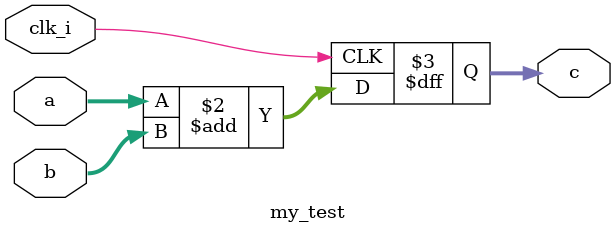
<source format=v>

`timescale 1ps/1ps

module my_test  (

                        clk_i,

                      a,
					  b,
					  c
				

                      );

    input             clk_i;

    input  [ 7: 0]    a;
    input  [ 7: 0]    b;
    output [ 8: 0]    c;

reg [ 8: 0]    c;

always @(posedge clk_i )
begin
    c  <=   a  +  b  ;
end


endmodule

</source>
